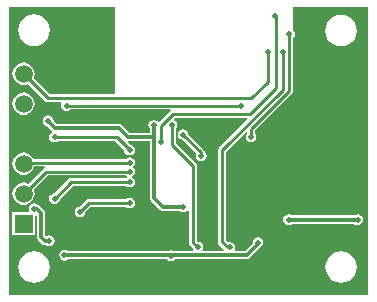
<source format=gbl>
%FSTAX23Y23*%
%MOIN*%
%SFA1B1*%

%IPPOS*%
%ADD26C,0.010000*%
%ADD27C,0.011810*%
%ADD39C,0.059060*%
%ADD40R,0.059060X0.059060*%
%ADD41C,0.019690*%
%ADD42R,0.036250X0.051500*%
%ADD43R,0.065940X0.066930*%
%LNsrt-wren-25-22-v103-1*%
%LPD*%
G36*
X0121Y00013D02*
X00013D01*
Y00971*
X00365*
Y00682*
X00149*
X00096Y00735*
X00098Y00741*
X00099Y0075*
X00098Y0076*
X00094Y00769*
X00088Y00777*
X0008Y00783*
X00071Y00787*
X00062Y00788*
X00052Y00787*
X00043Y00783*
X00035Y00777*
X00029Y00769*
X00025Y0076*
X00024Y0075*
X00025Y00741*
X00029Y00732*
X00035Y00724*
X00043Y00718*
X00052Y00714*
X00062Y00713*
X00071Y00714*
X00077Y00716*
X00134Y0066*
X00138Y00657*
X00143Y00656*
X00186*
X00189Y00651*
X00188Y00651*
X00187Y00644*
X00188Y00637*
X00192Y00631*
X00198Y00627*
X00205Y00626*
X00212Y00627*
X00217Y00631*
X0055*
X00552Y00626*
X00551Y00625*
X00515Y00589*
X0051Y0059*
X00509Y00591*
X00503Y00594*
X00496Y00596*
X00489Y00594*
X00483Y00591*
X0048Y00585*
X00478Y00578*
X0048Y00571*
X00482Y00567*
Y00553*
X00416*
X0039Y00579*
X00385Y00582*
X0038Y00583*
X00172*
X00162Y00593*
X0016Y00599*
X00157Y00605*
X00151Y00609*
X00144Y00611*
X00137Y00609*
X00131Y00605*
X00127Y00599*
X00126Y00592*
X00127Y00586*
X00131Y0058*
X00137Y00576*
X0014Y00575*
X00156Y00559*
X00156Y00554*
X00152Y00552*
X00148Y00546*
X00147Y00539*
X00148Y00532*
X00152Y00526*
X00158Y00522*
X00165Y00521*
X00172Y00522*
X00177Y00526*
X00367*
X00397Y00496*
X00398Y00489*
X00402Y00483*
X00408Y00479*
X00415Y00478*
X00422Y00479*
X00428Y00483*
X00432Y00489*
X00433Y00496*
X00432Y00503*
X00428Y00509*
X00422Y00513*
X00416Y00514*
X00409Y00521*
X0041Y00525*
X00482*
Y00336*
X00483Y00331*
X00486Y00327*
X00517Y00296*
X00522Y00293*
X00527Y00292*
X00583*
X00587Y00289*
X00594Y00288*
X00601Y00289*
X00607Y00293*
X00609Y00296*
X00613Y00294*
Y00187*
X00614Y00182*
X00617Y00178*
X00624Y00171*
X00626Y00165*
X00626Y00164*
X00624Y00159*
X00562*
X00561Y0016*
X00554Y00161*
X00547Y0016*
X00546Y00159*
X00209*
X00205Y00162*
X00198Y00163*
X00191Y00162*
X00186Y00158*
X00182Y00152*
X0018Y00145*
X00182Y00138*
X00186Y00132*
X00191Y00128*
X00198Y00127*
X00205Y00128*
X00209Y00131*
X0054*
X00541Y0013*
X00547Y00127*
X00554Y00125*
X00561Y00127*
X00566Y0013*
X00567Y00131*
X00805*
X0081Y00132*
X00815Y00135*
X00851Y00171*
X00856Y00175*
X0086Y00181*
X00861Y00187*
X0086Y00194*
X00856Y002*
X0085Y00204*
X00843Y00206*
X00836Y00204*
X0083Y002*
X00826Y00194*
X00825Y00187*
X00825Y00186*
X00799Y00159*
X00768*
X00766Y00164*
X00766Y00164*
X00768Y00171*
X00766Y00178*
X00762Y00184*
X00756Y00187*
X0075Y00189*
X00743Y00188*
X00736Y00195*
Y0049*
X00802Y00556*
X00805Y00555*
X00806Y0055*
X00803Y00546*
X00802Y00539*
X00803Y00532*
X00807Y00526*
X00813Y00522*
X0082Y00521*
X00827Y00522*
X00833Y00526*
X00837Y00532*
X00838Y00539*
X00837Y00546*
X00833Y00551*
Y00561*
X00957Y00684*
X00959Y00688*
X0096Y00693*
Y00869*
X00961Y0087*
X00965Y00875*
X00966Y00882*
X00965Y00889*
X00961Y00895*
X00959Y00897*
Y00971*
X0121*
Y00013*
G37*
G36*
X00808Y00598D02*
X00714Y00504D01*
X00711Y005*
X0071Y00495*
Y00189*
X00711Y00184*
X00714Y0018*
X0073Y00164*
X00728Y00159*
X0066*
X00658Y00164*
X00659Y00165*
X0066Y00172*
X00659Y00179*
X00655Y00185*
X00649Y00188*
X00643Y0019*
X0064Y00193*
Y00444*
X00639Y00449*
X00636Y00453*
X00569Y0052*
Y00565*
X00573Y00571*
X00574Y00578*
X00573Y00585*
X00569Y00591*
X00563Y00594*
X00562Y00599*
X00566Y00603*
X00806*
X00808Y00598*
G37*
%LNsrt-wren-25-22-v103-2*%
%LPC*%
G36*
X00097Y00318D02*
X0009Y00316D01*
X00084Y00312*
X0008Y00307*
X00079Y003*
X0008Y00293*
X00081Y00292*
X00078Y00288*
X00024*
Y00213*
X00099*
Y00278*
X00101Y00279*
X00105Y00277*
Y00207*
X00106Y00202*
X00109Y00197*
X00122Y00183*
X00127Y0018*
X00132Y00179*
X00136*
X0014Y00177*
X00147Y00175*
X00154Y00177*
X0016Y00181*
X00164Y00186*
X00165Y00193*
X00164Y002*
X0016Y00206*
X00154Y0021*
X00147Y00211*
X0014Y0021*
X00137Y00208*
X00133Y00213*
Y00286*
X00132Y00291*
X00129Y00296*
X00115Y0031*
X0011Y00313*
X00109Y00313*
X00104Y00316*
X00097Y00318*
G37*
G36*
X01175Y00282D02*
X01168Y0028D01*
X01164Y00278*
X00956*
X00952Y0028*
X00945Y00282*
X00938Y0028*
X00932Y00277*
X00928Y00271*
X00927Y00264*
X00928Y00257*
X00932Y00251*
X00938Y00247*
X00945Y00246*
X00952Y00247*
X00956Y0025*
X01164*
X01168Y00247*
X01175Y00246*
X01182Y00247*
X01188Y00251*
X01192Y00257*
X01193Y00264*
X01192Y00271*
X01188Y00277*
X01182Y0028*
X01175Y00282*
G37*
G36*
X01121Y00159D02*
X01107Y00157D01*
X01094Y00151*
X01083Y00143*
X01075Y00132*
X0107Y00119*
X01068Y00106*
X0107Y00092*
X01075Y00079*
X01083Y00069*
X01094Y0006*
X01107Y00055*
X01121Y00053*
X01134Y00055*
X01147Y0006*
X01158Y00069*
X01166Y00079*
X01171Y00092*
X01173Y00106*
X01171Y00119*
X01166Y00132*
X01158Y00143*
X01147Y00151*
X01134Y00157*
X01121Y00159*
G37*
G36*
X00096D02*
X00082Y00157D01*
X0007Y00151*
X00059Y00143*
X0005Y00132*
X00045Y00119*
X00043Y00106*
X00045Y00092*
X0005Y00079*
X00059Y00069*
X0007Y0006*
X00082Y00055*
X00096Y00053*
X0011Y00055*
X00122Y0006*
X00133Y00069*
X00142Y00079*
X00147Y00092*
X00149Y00106*
X00147Y00119*
X00142Y00132*
X00133Y00143*
X00122Y00151*
X0011Y00157*
X00096Y00159*
G37*
G36*
X00415Y00337D02*
X00408Y00335D01*
X00403Y00332*
X0028*
X00275Y00331*
X00271Y00328*
X00249Y00307*
X00243Y00305*
X00237Y00302*
X00233Y00296*
X00232Y00289*
X00233Y00282*
X00237Y00276*
X00243Y00272*
X0025Y00271*
X00257Y00272*
X00263Y00276*
X00267Y00282*
X00268Y00288*
X00285Y00306*
X00403*
X00408Y00302*
X00415Y00301*
X00422Y00302*
X00428Y00306*
X00432Y00312*
X00433Y00319*
X00432Y00326*
X00428Y00332*
X00422Y00335*
X00415Y00337*
G37*
G36*
X0112Y00946D02*
X01106Y00945D01*
X01094Y00939*
X01083Y00931*
X01074Y0092*
X01069Y00907*
X01067Y00894*
X01069Y0088*
X01074Y00867*
X01083Y00856*
X01094Y00848*
X01106Y00843*
X0112Y00841*
X01134Y00843*
X01146Y00848*
X01157Y00856*
X01166Y00867*
X01171Y0088*
X01173Y00894*
X01171Y00907*
X01166Y0092*
X01157Y00931*
X01146Y00939*
X01134Y00945*
X0112Y00946*
G37*
G36*
X00097Y00948D02*
X00083Y00946D01*
X00071Y00941*
X0006Y00932*
X00051Y00922*
X00046Y00909*
X00044Y00895*
X00046Y00882*
X00051Y00869*
X0006Y00858*
X00071Y0085*
X00083Y00844*
X00097Y00842*
X00111Y00844*
X00123Y0085*
X00134Y00858*
X00143Y00869*
X00148Y00882*
X0015Y00895*
X00148Y00909*
X00143Y00922*
X00134Y00932*
X00123Y00941*
X00111Y00946*
X00097Y00948*
G37*
G36*
X00062Y00688D02*
X00052Y00687D01*
X00043Y00683*
X00035Y00677*
X00029Y00669*
X00025Y0066*
X00024Y0065*
X00025Y00641*
X00029Y00632*
X00035Y00624*
X00043Y00618*
X00052Y00614*
X00062Y00613*
X00071Y00614*
X0008Y00618*
X00088Y00624*
X00094Y00632*
X00098Y00641*
X00099Y0065*
X00098Y0066*
X00094Y00669*
X00088Y00677*
X0008Y00683*
X00071Y00687*
X00062Y00688*
G37*
G36*
Y00488D02*
X00052Y00487D01*
X00043Y00483*
X00035Y00477*
X00029Y00469*
X00025Y0046*
X00024Y0045*
X00025Y00441*
X00029Y00432*
X00035Y00424*
X00043Y00418*
X00052Y00414*
X00062Y00413*
X00071Y00414*
X0008Y00418*
X00088Y00424*
X00094Y00432*
X00098Y00441*
X00131*
X00133Y00436*
X00128Y00433*
X00079Y00384*
X00071Y00387*
X00062Y00388*
X00052Y00387*
X00043Y00383*
X00035Y00377*
X00029Y00369*
X00025Y0036*
X00024Y0035*
X00025Y00341*
X00029Y00332*
X00035Y00324*
X00043Y00318*
X00052Y00314*
X00062Y00313*
X00071Y00314*
X0008Y00318*
X00088Y00324*
X00094Y00332*
X00098Y00341*
X00099Y0035*
X00098Y0036*
X00096Y00364*
X00143Y00411*
X00403*
X00406Y00409*
Y00404*
X00403Y00402*
X0022*
X00215Y00401*
X00211Y00398*
X00164Y00352*
X00158Y0035*
X00152Y00347*
X00148Y00341*
X00147Y00334*
X00148Y00327*
X00152Y00321*
X00158Y00317*
X00165Y00316*
X00172Y00317*
X00178Y00321*
X00182Y00327*
X00183Y00333*
X00225Y00376*
X00403*
X00408Y00372*
X00415Y00371*
X00422Y00372*
X00428Y00376*
X00432Y00382*
X00432Y00384*
X00432Y00384*
X00433Y00389*
X00432Y00394*
X00432Y00394*
X00432Y00396*
X00428Y00402*
X00422Y00405*
X00428Y00411*
X00432Y00417*
X00433Y00424*
X00432Y00431*
X00428Y00437*
Y00441*
X00432Y00447*
X00433Y00454*
X00432Y00461*
X00428Y00467*
X00422Y0047*
X00415Y00472*
X00408Y0047*
X00403Y00467*
X00095*
X00094Y00469*
X00088Y00477*
X0008Y00483*
X00071Y00487*
X00062Y00488*
G37*
G36*
X00593Y00565D02*
X00586Y00564D01*
X0058Y0056*
X00576Y00554*
X00575Y00547*
X00576Y0054*
X0058Y00534*
X00586Y00531*
X00592Y00529*
X00637Y00484*
X00637Y00484*
X00636Y00477*
X00637Y0047*
X00641Y00464*
X00647Y0046*
X00654Y00459*
X00661Y0046*
X00667Y00464*
X00671Y0047*
X00672Y00477*
X00671Y00484*
X00667Y0049*
X00665Y00491*
X00664Y00493*
X00661Y00497*
X00611Y00548*
X00609Y00554*
X00605Y0056*
X006Y00564*
X00593Y00565*
G37*
%LNsrt-wren-25-22-v103-3*%
%LPD*%
G54D26*
X0022Y00389D02*
X00415D01*
X00165Y00334D02*
X0022Y00389D01*
X0025Y00289D02*
X0028Y00319D01*
X00415*
X0052Y00576D02*
X0056Y00616D01*
X0052Y00524D02*
Y00576D01*
X00373Y00539D02*
X00415Y00496D01*
X00068Y00454D02*
X00415D01*
X00138Y00424D02*
X00415D01*
X00165Y00539D02*
X00373D01*
X00415Y00389D02*
X0042D01*
X00205Y00644D02*
X00785D01*
X0006Y00346D02*
X00138Y00424D01*
X0006Y00446D02*
X00068Y00454D01*
X00556Y00514D02*
Y00578D01*
X00652Y00479D02*
X00654Y00477D01*
X00652Y00479D02*
Y00488D01*
X00593Y00547D02*
X00652Y00488D01*
X00947Y00881D02*
X00948Y00882D01*
X00875Y00724D02*
Y00824D01*
X00626Y00187D02*
Y00444D01*
X00556Y00514D02*
X00626Y00444D01*
X00723Y00189D02*
Y00495D01*
X0056Y00616D02*
X00817D01*
X00902Y00701*
X00723Y00495D02*
X00925Y00697D01*
Y00824*
X0082Y00539D02*
Y00566D01*
X00947Y00693*
Y00881*
X00062Y0075D02*
X00143Y00669D01*
X00819*
X00875Y00724*
X00626Y00187D02*
X00642Y00172D01*
X00742Y00171D02*
X0075D01*
X00723Y00189D02*
X00742Y00171D01*
X00902Y00701D02*
Y00947D01*
G54D27*
X00198Y00145D02*
X00805D01*
X00377Y00588D02*
X00439D01*
X00451Y00577*
X00144Y00591D02*
X00166Y00569D01*
X00144Y00591D02*
Y00592D01*
X0038Y00569D02*
X0041Y00539D01*
X00945Y00264D02*
X01175D01*
X00489Y00539D02*
X00496Y00546D01*
X0041Y00539D02*
X00489D01*
X00496Y00546D02*
Y00578D01*
X00843Y00184D02*
Y00187D01*
X00166Y00569D02*
X0038D01*
X00805Y00145D02*
X00843Y00184D01*
X00527Y00306D02*
X00594D01*
X00496Y00336D02*
Y00546D01*
Y00336D02*
X00527Y00306D01*
X00119Y00207D02*
Y00286D01*
Y00207D02*
X00132Y00193D01*
X00147*
X00105Y003D02*
X00119Y00286D01*
X00097Y003D02*
X00105D01*
G54D39*
X00062Y0075D03*
Y0065D03*
Y0055D03*
Y0045D03*
Y0035D03*
G54D40*
X00062Y0025D03*
G54D41*
X00496Y00578D03*
X00556D03*
X00415Y00496D03*
X00144Y00592D03*
X00593Y00547D03*
X00945Y00264D03*
X01175Y00439D03*
X00415Y00389D03*
Y00319D03*
Y00454D03*
Y00424D03*
X0025Y00289D03*
X00205Y00644D03*
X00245Y00744D03*
X0028Y00764D03*
Y00824D03*
Y00884D03*
X0016Y00744D03*
X0052Y00524D03*
X0073Y00559D03*
X00665Y00424D03*
X0082Y00539D03*
X01175Y00264D03*
X00995Y00524D03*
X008Y00364D03*
X00785Y00644D03*
X00165Y00334D03*
Y00539D03*
X0035Y00269D03*
X0095Y00605D03*
X00654Y00477D03*
X00925Y00824D03*
X00948Y00882D03*
X00875Y00824D03*
X00843Y00187D03*
X01102Y00803D03*
X0104Y00393D03*
X00594Y00306D03*
X00642Y00172D03*
X0075Y00171D03*
X00554Y00143D03*
X00601Y0018D03*
X00701D03*
X00797Y00181D03*
X00198Y00145D03*
X00147Y00193D03*
X00097Y003D03*
X00441Y00579D03*
X00901Y00944D03*
G54D42*
X00439Y00579D03*
G54D43*
X01099Y00802D03*
M02*
</source>
